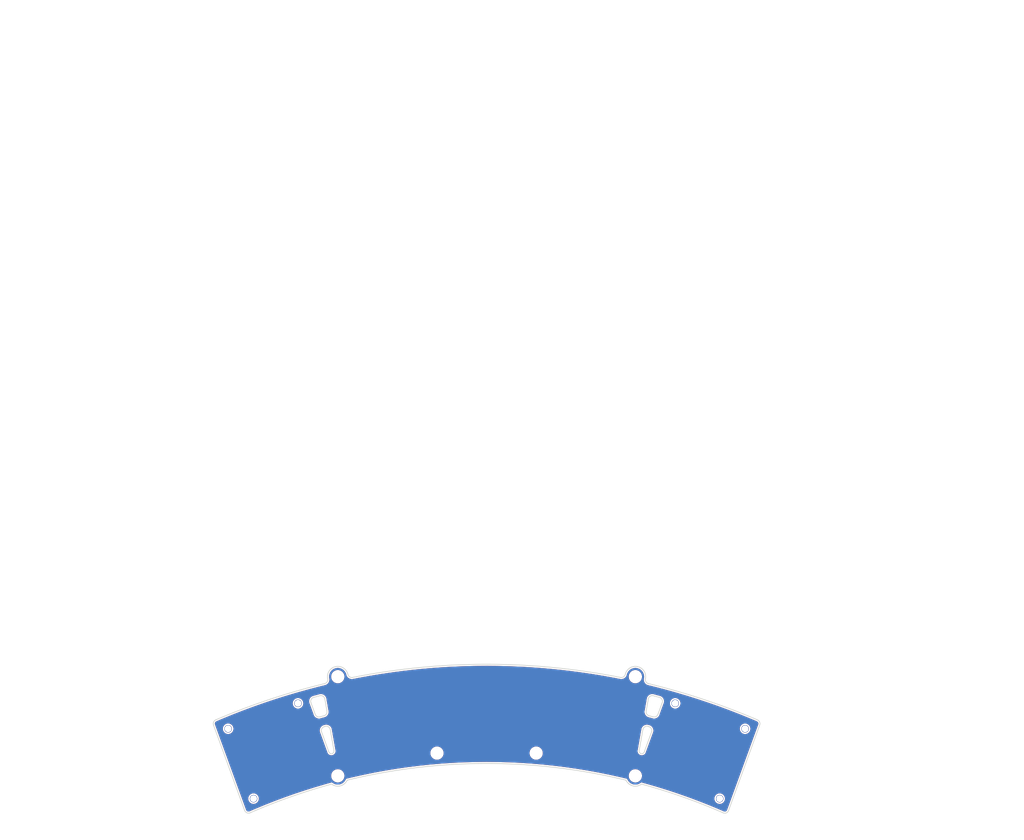
<source format=kicad_pcb>
(kicad_pcb (version 20210228) (generator pcbnew)
  (title_block (rev "1") (company "@e3w2q"))
  (layers (0 "F.Cu" signal) (31 "B.Cu" signal) (34 "B.Paste" user) (35 "F.Paste" user) (36 "B.SilkS" user "B.Silkscreen") (37 "F.SilkS" user "F.Silkscreen") (38 "B.Mask" user) (39 "F.Mask" user) (44 "Edge.Cuts" user))
  (net 0 "")
  (footprint "" (layer "F.Cu") (at 61.396851 146.677422)
    (fp_text reference "" (at 0 0) (layer "F.SilkS") (effects (font (size 1.27 1.27))))
    (fp_text value "" (at 0 0) (layer "F.SilkS") (effects (font (size 1.27 1.27))))
    (pad "" thru_hole circle (at 0 0) (size 1.43 1.43) (drill 1.28) (layers *.Cu *.Mask))
  )
  (footprint "#footprint:M2_Hole" (layer "F.Cu") (at 77.578822 123.242989)
    (fp_text reference "H10" hide)
    (fp_text value "MountingHole" hide)
    (pad "" np_thru_hole circle (at 0 0) (size 1.95 1.95) (drill 1.95) (layers F&B.Cu *.Mask))
  )
  (footprint "#footprint:M2_Hole" (layer "F.Cu") (at 115.678824 137.927359)
    (fp_text reference "H9" hide)
    (fp_text value "MountingHole" hide)
    (pad "" np_thru_hole circle (at 0 0) (size 1.95 1.95) (drill 1.95) (layers F&B.Cu *.Mask))
  )
  (footprint "" (layer "F.Cu") (at 56.519405 133.249394)
    (fp_text reference "" (at 0 0) (layer "F.SilkS") (effects (font (size 1.27 1.27))))
    (fp_text value "" (at 0 0) (layer "F.SilkS") (effects (font (size 1.27 1.27))))
    (pad "" thru_hole circle (at 0 0) (size 1.43 1.43) (drill 1.28) (layers *.Cu *.Mask))
  )
  (footprint "#footprint:M2_Hole" (layer "F.Cu") (at 134.728822 142.292986)
    (fp_text reference "H8" hide)
    (fp_text value "MountingHole" hide)
    (pad "" np_thru_hole circle (at 0 0) (size 1.95 1.95) (drill 1.95) (layers F&B.Cu *.Mask))
  )
  (footprint "#footprint:M2_Hole" (layer "F.Cu") (at 77.578817 142.292989)
    (fp_text reference "H9" hide)
    (fp_text value "MountingHole" hide)
    (pad "" np_thru_hole circle (at 0 0) (size 1.95 1.95) (drill 1.95) (layers F&B.Cu *.Mask))
  )
  (footprint "#footprint:M2_Hole" (layer "F.Cu") (at 134.728819 123.24298)
    (fp_text reference "H7" hide)
    (fp_text value "MountingHole" hide)
    (pad "" np_thru_hole circle (at 0 0) (size 1.95 1.95) (drill 1.95) (layers F&B.Cu *.Mask))
  )
  (footprint "#footprint:M2_Hole" (layer "F.Cu") (at 96.628825 137.927361)
    (fp_text reference "H9" hide)
    (fp_text value "MountingHole" hide)
    (pad "" np_thru_hole circle (at 0 0) (size 1.95 1.95) (drill 1.95) (layers F&B.Cu *.Mask))
  )
  (footprint "" (layer "F.Cu") (at 69.9356 128.366523)
    (fp_text reference "" (at 0 0) (layer "F.SilkS") (effects (font (size 1.27 1.27))))
    (fp_text value "" (at 0 0) (layer "F.SilkS") (effects (font (size 1.27 1.27))))
    (pad "" thru_hole circle (at 0 0) (size 1.43 1.43) (drill 1.28) (layers *.Cu *.Mask))
  )
  (footprint "" (layer "F.Cu") (at 142.379488 128.364567)
    (fp_text reference "" (at 0 0) (layer "F.SilkS") (effects (font (size 1.27 1.27))))
    (fp_text value "" (at 0 0) (layer "F.SilkS") (effects (font (size 1.27 1.27))))
    (pad "" thru_hole circle (at 0 0) (size 1.43 1.43) (drill 1.28) (layers *.Cu *.Mask))
  )
  (footprint "" (layer "F.Cu") (at 150.920412 146.680307)
    (fp_text reference "" (at 0 0) (layer "F.SilkS") (effects (font (size 1.27 1.27))))
    (fp_text value "" (at 0 0) (layer "F.SilkS") (effects (font (size 1.27 1.27))))
    (pad "" thru_hole circle (at 0 0) (size 1.43 1.43) (drill 1.28) (layers *.Cu *.Mask))
  )
  (footprint "" (layer "F.Cu") (at 155.806137 133.253649)
    (fp_text reference "" (at 0 0) (layer "F.SilkS") (effects (font (size 1.27 1.27))))
    (fp_text value "" (at 0 0) (layer "F.SilkS") (effects (font (size 1.27 1.27))))
    (pad "" thru_hole circle (at 0 0) (size 1.43 1.43) (drill 1.28) (layers *.Cu *.Mask))
  )
  (gr_arc (start 106.146523 252.946999) (end 131.888739 123.394185) (angle -22.47034306) (layer "Edge.Cuts") (width 0.15))
  (gr_arc (start 135.9631 137.535666) (end 135.456 137.460465) (angle -170.4785881) (layer "Edge.Cuts") (width 0.15))
  (gr_arc (start 80.280737 122.609662) (end 80.41857 123.391352) (angle 90) (layer "Edge.Cuts") (width 0.15))
  (gr_arc (start 138.333325 130.196418) (end 139.100029 130.401854) (angle 90) (layer "Edge.Cuts") (width 0.15))
  (gr_line (start 158.616448 132.505821) (end 152.598822 149.026938) (layer "Edge.Cuts") (width 0.15))
  (gr_arc (start 137.44449 123.812909) (end 136.677787 123.607472) (angle -90) (layer "Edge.Cuts") (width 0.15))
  (gr_line (start 73.204369 130.399515) (end 72.3933 128.183942) (layer "Edge.Cuts") (width 0.15))
  (gr_line (start 75.853622 137.691375) (end 74.438142 133.806275) (layer "Edge.Cuts") (width 0.15))
  (gr_arc (start 132.026572 122.612495) (end 131.888739 123.394185) (angle -90) (layer "Edge.Cuts") (width 0.15))
  (gr_arc (start 151.91225 148.722512) (end 152.598822 149.026938) (angle 90.72453768) (layer "Edge.Cuts") (width 0.15))
  (gr_arc (start 137.579904 129.994538) (end 137.374467 130.761243) (angle 90) (layer "Edge.Cuts") (width 0.15))
  (gr_arc (start 106.04693 253.674555) (end 151.599168 149.40518) (angle -8.378607766) (layer "Edge.Cuts") (width 0.15))
  (gr_arc (start 60.430688 148.666458) (end 59.684809 148.937934) (angle -90) (layer "Edge.Cuts") (width 0.15))
  (gr_line (start 74.113677 126.901218) (end 72.954565 127.2118) (layer "Edge.Cuts") (width 0.15))
  (gr_arc (start 139.144394 127.980845) (end 139.349833 127.214139) (angle 90) (layer "Edge.Cuts") (width 0.15))
  (gr_line (start 74.999409 132.834131) (end 75.153956 132.792722) (layer "Edge.Cuts") (width 0.15))
  (gr_line (start 135.456 137.460465) (end 136.1783 133.356327) (layer "Edge.Cuts") (width 0.15))
  (gr_arc (start 76.341298 137.533327) (end 76.848398 137.458126) (angle 170.4785881) (layer "Edge.Cuts") (width 0.15))
  (gr_arc (start 77.57918 123.243313) (end 75.629522 123.604639) (angle 176.018779) (layer "Edge.Cuts") (width 0.15))
  (gr_arc (start 75.359394 133.559426) (end 76.126098 133.353988) (angle -90) (layer "Edge.Cuts") (width 0.15))
  (gr_arc (start 134.728748 123.243347) (end 136.677787 123.607472) (angle -176.1843529) (layer "Edge.Cuts") (width 0.15))
  (gr_line (start 137.374467 130.761243) (end 138.127888 130.963119) (layer "Edge.Cuts") (width 0.15))
  (gr_line (start 136.450776 137.693714) (end 137.866256 133.808614) (layer "Edge.Cuts") (width 0.15))
  (gr_arc (start 137.985284 127.67026) (end 137.21858 127.464823) (angle 90) (layer "Edge.Cuts") (width 0.15))
  (gr_arc (start 134.728826 142.293207) (end 135.919508 143.880484) (angle 102.2) (layer "Edge.Cuts") (width 0.15))
  (gr_arc (start 137.099552 133.603175) (end 137.304989 132.83647) (angle 90) (layer "Edge.Cuts") (width 0.15))
  (gr_line (start 138.190721 126.903557) (end 139.349833 127.214139) (layer "Edge.Cuts") (width 0.15))
  (gr_line (start 139.100029 130.401854) (end 139.911098 128.186281) (layer "Edge.Cuts") (width 0.15))
  (gr_arc (start 75.204846 133.600836) (end 74.999409 132.834131) (angle -90) (layer "Edge.Cuts") (width 0.15))
  (gr_line (start 137.21858 127.464823) (end 136.8132 129.789099) (layer "Edge.Cuts") (width 0.15))
  (gr_line (start 137.150442 132.795061) (end 137.304989 132.83647) (layer "Edge.Cuts") (width 0.15))
  (gr_line (start 76.848398 137.458126) (end 76.126098 133.353988) (layer "Edge.Cuts") (width 0.15))
  (gr_arc (start 106.153854 253.344061) (end 132.925776 143.121566) (angle -27.30437376) (layer "Edge.Cuts") (width 0.15))
  (gr_arc (start 74.862819 123.810076) (end 75.629522 123.604639) (angle 90) (layer "Edge.Cuts") (width 0.15))
  (gr_arc (start 74.319114 127.667921) (end 75.085818 127.462484) (angle -90) (layer "Edge.Cuts") (width 0.15))
  (gr_arc (start 136.945004 133.561765) (end 136.1783 133.356327) (angle 90) (layer "Edge.Cuts") (width 0.15))
  (gr_arc (start 77.578883 142.293207) (end 76.388201 143.880484) (angle -102.2) (layer "Edge.Cuts") (width 0.15))
  (gr_arc (start 54.451866 132.262251) (end 53.713937 132.537439) (angle 90.9025555) (layer "Edge.Cuts") (width 0.15))
  (gr_arc (start 106.36962 253.900778) (end 76.388201 143.880484) (angle -8.364663654) (layer "Edge.Cuts") (width 0.15))
  (gr_arc (start 106.310697 252.52665) (end 158.210137 131.557828) (angle -9.631557964) (layer "Edge.Cuts") (width 0.15))
  (gr_arc (start 74.724494 129.992199) (end 74.929931 130.758904) (angle -90) (layer "Edge.Cuts") (width 0.15))
  (gr_line (start 74.929931 130.758904) (end 74.17651 130.96078) (layer "Edge.Cuts") (width 0.15))
  (gr_line (start 75.085818 127.462484) (end 75.491198 129.78676) (layer "Edge.Cuts") (width 0.15))
  (gr_line (start 59.684809 148.937934) (end 53.713937 132.537439) (layer "Edge.Cuts") (width 0.15))
  (gr_arc (start 73.160004 127.978506) (end 72.954565 127.2118) (angle -90) (layer "Edge.Cuts") (width 0.15))
  (gr_arc (start 157.86466 132.266968) (end 158.616448 132.505821) (angle -81.65143666) (layer "Edge.Cuts") (width 0.15))
  (gr_arc (start 73.971073 130.194079) (end 73.204369 130.399515) (angle -90) (layer "Edge.Cuts") (width 0.15))
  (gr_arc (start 106.203698 253.07409) (end 75.068256 124.576779) (angle -9.546537525) (layer "Edge.Cuts") (width 0.15))
  (zone (net 0) (net_name "") (layers F&B.Cu) (connect_pads (clearance 0.3)) (min_thickness 0.254) (fill yes (thermal_gap 0.508) (thermal_bridge_width 0.508))
    (polygon (pts (xy 169.771875 154.627175) (xy 12.7 154.627175) (xy 12.7 34.464675) (xy 169.771875 34.464675)))
  )
)
</source>
